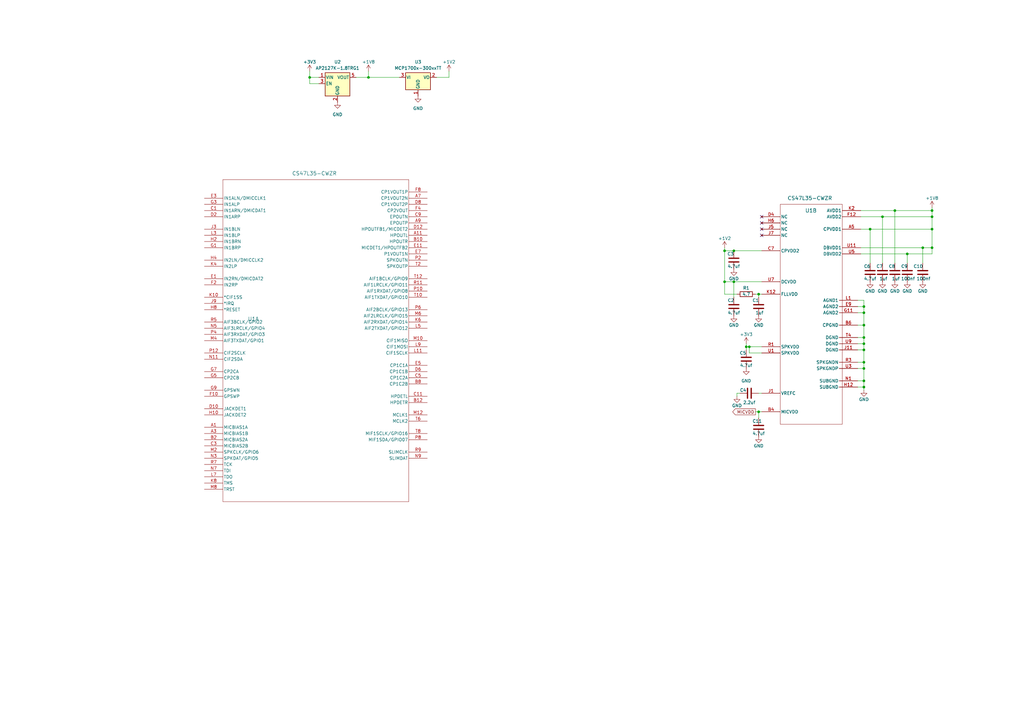
<source format=kicad_sch>
(kicad_sch (version 20230121) (generator eeschema)
  (paper "A3")
  (title_block (title "CS47L35 test board") (date "2023-10-04") (rev "1"))
  (lib_symbols
    (symbol "!component database:Capacitors/DKC0402C105K9PAC7867" (pin_numbers hide) (pin_names (offset 0.254))
      (property "Reference" "C" (at 0.635 2.54 0))
      (property "Value" "1uf" (at 0.635 -2.54 0))
      (symbol "Capacitors/DKC0402C105K9PAC7867_0_1"
        (polyline (pts (xy -2.032 -0.762) (xy 2.032 -0.762)) (stroke (width 0.508)))
        (polyline (pts (xy -2.032 0.762) (xy 2.032 0.762)) (stroke (width 0.508)))
      )
      (symbol "Capacitors/DKC0402C105K9PAC7867_1_1"
        (pin passive line (at 0 3.81 270) (length 2.794) (name "~") (number "1"))
        (pin passive line (at 0 -3.81 90) (length 2.794) (name "~") (number "2"))
      )
    )
    (symbol "!component database:Capacitors/DKCL05A475KQ5NRNC" (pin_numbers hide) (pin_names (offset 0.254))
      (property "Reference" "C" (at 0.635 2.54 0))
      (property "Value" "4.7uf" (at 0.635 -2.54 0))
      (symbol "Capacitors/DKCL05A475KQ5NRNC_0_1"
        (polyline (pts (xy -2.032 -0.762) (xy 2.032 -0.762)) (stroke (width 0.508)))
        (polyline (pts (xy -2.032 0.762) (xy 2.032 0.762)) (stroke (width 0.508)))
      )
      (symbol "Capacitors/DKCL05A475KQ5NRNC_1_1"
        (pin passive line (at 0 3.81 270) (length 2.794) (name "~") (number "1"))
        (pin passive line (at 0 -3.81 90) (length 2.794) (name "~") (number "2"))
      )
    )
    (symbol "!component database:Capacitors/DKGRM155C80J225KE95D" (pin_numbers hide) (pin_names (offset 0.254))
      (property "Reference" "C" (at 0.635 2.54 0))
      (property "Value" "2.2uf" (at 0.635 -2.54 0))
      (symbol "Capacitors/DKGRM155C80J225KE95D_0_1"
        (polyline (pts (xy -2.032 -0.762) (xy 2.032 -0.762)) (stroke (width 0.508)))
        (polyline (pts (xy -2.032 0.762) (xy 2.032 0.762)) (stroke (width 0.508)))
      )
      (symbol "Capacitors/DKGRM155C80J225KE95D_1_1"
        (pin passive line (at 0 3.81 270) (length 2.794) (name "~") (number "1"))
        (pin passive line (at 0 -3.81 90) (length 2.794) (name "~") (number "2"))
      )
    )
    (symbol "!component database:Capacitors/DKKGM05AR71C104KH" (pin_numbers hide) (pin_names (offset 0.254))
      (property "Reference" "C" (at 0.635 2.54 0))
      (property "Value" "100nf" (at 0.635 -2.54 0))
      (symbol "Capacitors/DKKGM05AR71C104KH_0_1"
        (polyline (pts (xy -2.032 -0.762) (xy 2.032 -0.762)) (stroke (width 0.508)))
        (polyline (pts (xy -2.032 0.762) (xy 2.032 0.762)) (stroke (width 0.508)))
      )
      (symbol "Capacitors/DKKGM05AR71C104KH_1_1"
        (pin passive line (at 0 3.81 270) (length 2.794) (name "~") (number "1"))
        (pin passive line (at 0 -3.81 90) (length 2.794) (name "~") (number "2"))
      )
    )
    (symbol "!component database:ICs/DKAP2127K-1.8TRG1" (pin_names (offset 0.254))
      (property "Reference" "U" (at -5.08 5.715 0))
      (property "Value" "AP2204K-1.5" (at 0 5.715 0))
      (symbol "ICs/DKAP2127K-1.8TRG1_0_1"
        (rectangle (start -5.08 4.445) (end 5.08 -5.08) (stroke (width 0.254)) (fill (type background)))
      )
      (symbol "ICs/DKAP2127K-1.8TRG1_1_1"
        (pin power_in line (at -7.62 2.54 0) (length 2.54) (name "VIN") (number "1"))
        (pin power_in line (at 0 -7.62 90) (length 2.54) (name "GND") (number "2"))
        (pin input line (at -7.62 0 0) (length 2.54) (name "EN") (number "3"))
        (pin no_connect line (at 5.08 0 180) (length 2.54) hide (name "NC") (number "4"))
        (pin power_out line (at 7.62 2.54 180) (length 2.54) (name "VOUT") (number "5"))
      )
    )
    (symbol "!component database:ICs/DKCS47L35-CWZR‎ " (pin_names (offset 0.254))
      (property "Reference" "U1" (at 17.78 -49.53 0))
      (property "Value" "~" (at 45.72 10.16 0))
      (symbol "ICs/DKCS47L35-CWZR‎ _1_1"
        (polyline (pts (xy 7.62 -124.46) (xy 83.82 -124.46)) (stroke (width 0.127)))
        (polyline (pts (xy 7.62 7.62) (xy 7.62 -124.46)) (stroke (width 0.127)))
        (polyline (pts (xy 83.82 -124.46) (xy 83.82 7.62)) (stroke (width 0.127)))
        (polyline (pts (xy 83.82 7.62) (xy 7.62 7.62)) (stroke (width 0.127)))
        (pin bidirectional line (at 0 -93.98 0) (length 7.62) (name "MICBIAS1A") (number "A1"))
        (pin output line (at 91.44 -15.24 180) (length 7.62) (name "HPOUTL") (number "A11"))
        (pin bidirectional line (at 0 -96.52 0) (length 7.62) (name "MICBIAS1B") (number "A3"))
        (pin output line (at 91.44 0 180) (length 7.62) (name "CP1VOUT2N") (number "A7"))
        (pin output line (at 91.44 -10.16 180) (length 7.62) (name "EPOUTP") (number "A9"))
        (pin output line (at 91.44 -17.78 180) (length 7.62) (name "HPOUTR") (number "B10"))
        (pin unspecified line (at 91.44 -83.82 180) (length 7.62) (name "HPDETR") (number "B12"))
        (pin bidirectional line (at 0 -99.06 0) (length 7.62) (name "MICBIAS2A") (number "B2"))
        (pin bidirectional line (at 91.44 -76.2 180) (length 7.62) (name "CP1C2B") (number "B8"))
        (pin input line (at 0 -5.08 0) (length 7.62) (name "IN1ARN/DMICDAT1") (number "C1"))
        (pin unspecified line (at 91.44 -81.28 180) (length 7.62) (name "HPDETL") (number "C11"))
        (pin bidirectional line (at 0 -101.6 0) (length 7.62) (name "MICBIAS2B") (number "C3"))
        (pin bidirectional line (at 91.44 -73.66 180) (length 7.62) (name "CP1C2A") (number "C5"))
        (pin output line (at 91.44 -7.62 180) (length 7.62) (name "EPOUTN") (number "C9"))
        (pin bidirectional line (at 0 -86.36 0) (length 7.62) (name "JACKDET1") (number "D10"))
        (pin output line (at 91.44 -12.7 180) (length 7.62) (name "HPOUTFB1/MICDET2") (number "D12"))
        (pin input line (at 0 -7.62 0) (length 7.62) (name "IN1ARP") (number "D2"))
        (pin bidirectional line (at 91.44 -71.12 180) (length 7.62) (name "CP1C1B") (number "D6"))
        (pin output line (at 91.44 -2.54 180) (length 7.62) (name "CP1VOUT2P") (number "D8"))
        (pin input line (at 0 -33.02 0) (length 7.62) (name "IN2RN/DMICDAT2") (number "E1"))
        (pin output line (at 91.44 -20.32 180) (length 7.62) (name "MICDET1/HPOUTFB2") (number "E11"))
        (pin input line (at 0 0 0) (length 7.62) (name "IN1ALN/DMICCLK1") (number "E3"))
        (pin bidirectional line (at 91.44 -68.58 180) (length 7.62) (name "CP1C1A") (number "E5"))
        (pin output line (at 91.44 -22.86 180) (length 7.62) (name "P1VOUT1N") (number "E7"))
        (pin unspecified line (at 0 -81.28 0) (length 7.62) (name "GPSWP") (number "F10"))
        (pin input line (at 0 -35.56 0) (length 7.62) (name "IN2RP") (number "F2"))
        (pin output line (at 91.44 -5.08 180) (length 7.62) (name "CP2VOUT") (number "F4"))
        (pin output line (at 91.44 2.54 180) (length 7.62) (name "CP1VOUT1P") (number "F8"))
        (pin input line (at 0 -20.32 0) (length 7.62) (name "IN1BRP") (number "G1"))
        (pin input line (at 0 -2.54 0) (length 7.62) (name "IN1ALP") (number "G3"))
        (pin bidirectional line (at 0 -73.66 0) (length 7.62) (name "CP2CB") (number "G5"))
        (pin bidirectional line (at 0 -71.12 0) (length 7.62) (name "CP2CA") (number "G7"))
        (pin unspecified line (at 0 -78.74 0) (length 7.62) (name "GPSWN") (number "G9"))
        (pin bidirectional line (at 0 -88.9 0) (length 7.62) (name "JACKDET2") (number "H10"))
        (pin input line (at 0 -17.78 0) (length 7.62) (name "IN1BRN") (number "H2"))
        (pin input line (at 0 -25.4 0) (length 7.62) (name "IN2LN/DMICCLK2") (number "H4"))
        (pin unspecified line (at 0 -45.72 0) (length 7.62) (name "*RESET") (number "H8"))
        (pin input line (at 0 -12.7 0) (length 7.62) (name "IN1BLN") (number "J3"))
        (pin unspecified line (at 0 -43.18 0) (length 7.62) (name "*IRQ") (number "J9"))
        (pin unspecified line (at 0 -40.64 0) (length 7.62) (name "*CIF1SS") (number "K10"))
        (pin input line (at 0 -27.94 0) (length 7.62) (name "IN2LP") (number "K4"))
        (pin bidirectional line (at 91.44 -50.8 180) (length 7.62) (name "AIF2RXDAT/GPIO14") (number "K6"))
        (pin unspecified line (at 0 -116.84 0) (length 7.62) (name "TMS") (number "K8"))
        (pin bidirectional line (at 91.44 -63.5 180) (length 7.62) (name "CIF1SCLK") (number "L11"))
        (pin input line (at 0 -15.24 0) (length 7.62) (name "IN1BLP") (number "L3"))
        (pin bidirectional line (at 91.44 -53.34 180) (length 7.62) (name "AIF2TXDAT/GPIO12") (number "L5"))
        (pin unspecified line (at 0 -114.3 0) (length 7.62) (name "TDO") (number "L7"))
        (pin bidirectional line (at 91.44 -60.96 180) (length 7.62) (name "CIF1MOSI") (number "L9"))
        (pin bidirectional line (at 91.44 -58.42 180) (length 7.62) (name "CIF1MISO") (number "M10"))
        (pin bidirectional line (at 91.44 -88.9 180) (length 7.62) (name "MCLK1") (number "M12"))
        (pin unspecified line (at 0 -104.14 0) (length 7.62) (name "SPKCLK/GPIO6") (number "M2"))
        (pin bidirectional line (at 0 -58.42 0) (length 7.62) (name "AIF3TXDAT/GPIO1") (number "M4"))
        (pin bidirectional line (at 91.44 -48.26 180) (length 7.62) (name "AIF2LRCLK/GPIO15") (number "M6"))
        (pin unspecified line (at 0 -119.38 0) (length 7.62) (name "TRST") (number "M8"))
        (pin bidirectional line (at 0 -66.04 0) (length 7.62) (name "CIF2SDA") (number "N11"))
        (pin unspecified line (at 0 -106.68 0) (length 7.62) (name "SPKDAT/GPIO5") (number "N3"))
        (pin bidirectional line (at 0 -53.34 0) (length 7.62) (name "AIF3LRCLK/GPIO4") (number "N5"))
        (pin unspecified line (at 0 -111.76 0) (length 7.62) (name "TDI") (number "N7"))
        (pin unspecified line (at 91.44 -106.68 180) (length 7.62) (name "SLIMDAT") (number "N9"))
        (pin bidirectional line (at 91.44 -38.1 180) (length 7.62) (name "AIF1RXDAT/GPIO8") (number "P10"))
        (pin bidirectional line (at 0 -63.5 0) (length 7.62) (name "CIF2SCLK") (number "P12"))
        (pin output line (at 91.44 -25.4 180) (length 7.62) (name "SPKOUTN") (number "P2"))
        (pin bidirectional line (at 0 -55.88 0) (length 7.62) (name "AIF3RXDAT/GPIO3") (number "P4"))
        (pin bidirectional line (at 91.44 -45.72 180) (length 7.62) (name "AIF2BCLK/GPIO13") (number "P6"))
        (pin bidirectional line (at 91.44 -99.06 180) (length 7.62) (name "MIF1SDA/GPIO07") (number "P8"))
        (pin bidirectional line (at 91.44 -35.56 180) (length 7.62) (name "AIF1LRCLK/GPIO11") (number "R11"))
        (pin bidirectional line (at 0 -50.8 0) (length 7.62) (name "AIF3BCLK/GPIO2") (number "R5"))
        (pin unspecified line (at 0 -109.22 0) (length 7.62) (name "TCK") (number "R7"))
        (pin unspecified line (at 91.44 -104.14 180) (length 7.62) (name "SLIMCLK") (number "R9"))
        (pin bidirectional line (at 91.44 -40.64 180) (length 7.62) (name "AIF1TXDAT/GPIO10") (number "T10"))
        (pin bidirectional line (at 91.44 -33.02 180) (length 7.62) (name "AIF1BCLK/GPIO9") (number "T12"))
        (pin output line (at 91.44 -27.94 180) (length 7.62) (name "SPKOUTP") (number "T2"))
        (pin bidirectional line (at 91.44 -91.44 180) (length 7.62) (name "MCLK2") (number "T6"))
        (pin bidirectional line (at 91.44 -96.52 180) (length 7.62) (name "MIF1SCLK/GPIO16") (number "T8"))
      )
      (symbol "ICs/DKCS47L35-CWZR‎ _2_1"
        (polyline (pts (xy 7.62 -85.09) (xy 33.02 -85.09)) (stroke (width 0.127)))
        (polyline (pts (xy 7.62 5.08) (xy 7.62 -85.09)) (stroke (width 0.127)))
        (polyline (pts (xy 33.02 -85.09) (xy 33.02 5.08)) (stroke (width 0.127)))
        (polyline (pts (xy 33.02 5.08) (xy 7.62 5.08)) (stroke (width 0.127)))
        (pin power_in line (at 40.64 -5.08 180) (length 7.62) (name "CPVDD1") (number "A5"))
        (pin power_in line (at 0 -80.01 0) (length 7.62) (name "MICVDD") (number "B4"))
        (pin power_out line (at 39.37 -44.45 180) (length 7.62) (name "CPGND") (number "B6"))
        (pin power_in line (at 0 -13.97 0) (length 7.62) (name "CPVDD2") (number "C7"))
        (pin no_connect line (at 0 0 0) (length 7.62) (name "NC") (number "D4"))
        (pin power_out line (at 39.37 -36.83 180) (length 7.62) (name "AGND2") (number "E9"))
        (pin power_in line (at 40.64 0 180) (length 7.62) (name "AVDD2") (number "F12"))
        (pin power_out line (at 39.37 -39.37 180) (length 7.62) (name "AGND2") (number "G11"))
        (pin power_out line (at 39.37 -69.85 180) (length 7.62) (name "SUBGND") (number "H12"))
        (pin no_connect line (at 0 -2.54 0) (length 7.62) (name "NC") (number "H6"))
        (pin power_in line (at 0 -72.39 0) (length 7.62) (name "VREFC") (number "J1"))
        (pin power_out line (at 39.37 -54.61 180) (length 7.62) (name "DGND") (number "J11"))
        (pin no_connect line (at 0 -5.08 0) (length 7.62) (name "NC") (number "J5"))
        (pin no_connect line (at 0 -7.62 0) (length 7.62) (name "NC") (number "J7"))
        (pin power_in line (at 0 -31.75 0) (length 7.62) (name "FLLVDD") (number "K12"))
        (pin power_in line (at 40.64 2.54 180) (length 7.62) (name "AVDD1") (number "K2"))
        (pin power_out line (at 39.37 -34.29 180) (length 7.62) (name "AGND1") (number "L1"))
        (pin power_out line (at 39.37 -67.31 180) (length 7.62) (name "SUBGND") (number "N1"))
        (pin power_in line (at 0 -53.34 0) (length 7.62) (name "SPKVDD") (number "R1"))
        (pin power_out line (at 39.37 -59.69 180) (length 7.62) (name "SPKGNDN") (number "R3"))
        (pin power_out line (at 39.37 -49.53 180) (length 7.62) (name "DGND") (number "T4"))
        (pin power_in line (at 0 -55.88 0) (length 7.62) (name "SPKVDD") (number "U1"))
        (pin power_in line (at 40.64 -12.7 180) (length 7.62) (name "DBVDD1") (number "U11"))
        (pin power_out line (at 39.37 -62.23 180) (length 7.62) (name "SPKGNDP") (number "U3"))
        (pin power_in line (at 40.64 -15.24 180) (length 7.62) (name "DBVDD2") (number "U5"))
        (pin power_in line (at 0 -26.67 0) (length 7.62) (name "DCVDD") (number "U7"))
        (pin power_out line (at 39.37 -52.07 180) (length 7.62) (name "DGND") (number "U9"))
      )
    )
    (symbol "!component database:ICs/DKMCP1700T-1202E/TT" (pin_names (offset 0.254))
      (property "Reference" "U" (at -3.81 3.175 0))
      (property "Value" "MCP1700x-300xxTT" (at 0 3.175 0))
      (symbol "ICs/DKMCP1700T-1202E/TT_0_1"
        (rectangle (start -5.08 1.905) (end 5.08 -5.08) (stroke (width 0.254)) (fill (type background)))
      )
      (symbol "ICs/DKMCP1700T-1202E/TT_1_1"
        (pin power_in line (at 0 -7.62 90) (length 2.54) (name "GND") (number "1"))
        (pin power_out line (at 7.62 0 180) (length 2.54) (name "VO") (number "2"))
        (pin power_in line (at -7.62 0 0) (length 2.54) (name "VI") (number "3"))
      )
    )
    (symbol "!component database:Resistors/DKRC0402JR-074R7L" (pin_numbers hide) (pin_names (offset 0))
      (property "Reference" "R" (at 2.032 0 90))
      (property "Value" "4.7" (at 0 0 90))
      (symbol "Resistors/DKRC0402JR-074R7L_0_1"
        (rectangle (start -1.016 -2.54) (end 1.016 2.54) (stroke (width 0.254)))
      )
      (symbol "Resistors/DKRC0402JR-074R7L_1_1"
        (pin passive line (at 0 3.81 270) (length 1.27) (name "~") (number "1"))
        (pin passive line (at 0 -3.81 90) (length 1.27) (name "~") (number "2"))
      )
    )
    (symbol "ICs/DKCS47L35-CWZR‎ _1" (pin_names (offset 0.254))
      (property "Reference" "U1" (at 17.78 -49.53 0))
      (property "Value" "~" (at 45.72 10.16 0))
      (symbol "ICs/DKCS47L35-CWZR‎ _1_1_1"
        (polyline (pts (xy 7.62 -124.46) (xy 83.82 -124.46)) (stroke (width 0.127)))
        (polyline (pts (xy 7.62 7.62) (xy 7.62 -124.46)) (stroke (width 0.127)))
        (polyline (pts (xy 83.82 -124.46) (xy 83.82 7.62)) (stroke (width 0.127)))
        (polyline (pts (xy 83.82 7.62) (xy 7.62 7.62)) (stroke (width 0.127)))
        (pin bidirectional line (at 0 -93.98 0) (length 7.62) (name "MICBIAS1A") (number "A1"))
        (pin output line (at 91.44 -15.24 180) (length 7.62) (name "HPOUTL") (number "A11"))
        (pin bidirectional line (at 0 -96.52 0) (length 7.62) (name "MICBIAS1B") (number "A3"))
        (pin output line (at 91.44 0 180) (length 7.62) (name "CP1VOUT2N") (number "A7"))
        (pin output line (at 91.44 -10.16 180) (length 7.62) (name "EPOUTP") (number "A9"))
        (pin output line (at 91.44 -17.78 180) (length 7.62) (name "HPOUTR") (number "B10"))
        (pin unspecified line (at 91.44 -83.82 180) (length 7.62) (name "HPDETR") (number "B12"))
        (pin bidirectional line (at 0 -99.06 0) (length 7.62) (name "MICBIAS2A") (number "B2"))
        (pin bidirectional line (at 91.44 -76.2 180) (length 7.62) (name "CP1C2B") (number "B8"))
        (pin input line (at 0 -5.08 0) (length 7.62) (name "IN1ARN/DMICDAT1") (number "C1"))
        (pin unspecified line (at 91.44 -81.28 180) (length 7.62) (name "HPDETL") (number "C11"))
        (pin bidirectional line (at 0 -101.6 0) (length 7.62) (name "MICBIAS2B") (number "C3"))
        (pin bidirectional line (at 91.44 -73.66 180) (length 7.62) (name "CP1C2A") (number "C5"))
        (pin output line (at 91.44 -7.62 180) (length 7.62) (name "EPOUTN") (number "C9"))
        (pin bidirectional line (at 0 -86.36 0) (length 7.62) (name "JACKDET1") (number "D10"))
        (pin output line (at 91.44 -12.7 180) (length 7.62) (name "HPOUTFB1/MICDET2") (number "D12"))
        (pin input line (at 0 -7.62 0) (length 7.62) (name "IN1ARP") (number "D2"))
        (pin bidirectional line (at 91.44 -71.12 180) (length 7.62) (name "CP1C1B") (number "D6"))
        (pin output line (at 91.44 -2.54 180) (length 7.62) (name "CP1VOUT2P") (number "D8"))
        (pin input line (at 0 -33.02 0) (length 7.62) (name "IN2RN/DMICDAT2") (number "E1"))
        (pin output line (at 91.44 -20.32 180) (length 7.62) (name "MICDET1/HPOUTFB2") (number "E11"))
        (pin input line (at 0 0 0) (length 7.62) (name "IN1ALN/DMICCLK1") (number "E3"))
        (pin bidirectional line (at 91.44 -68.58 180) (length 7.62) (name "CP1C1A") (number "E5"))
        (pin output line (at 91.44 -22.86 180) (length 7.62) (name "P1VOUT1N") (number "E7"))
        (pin unspecified line (at 0 -81.28 0) (length 7.62) (name "GPSWP") (number "F10"))
        (pin input line (at 0 -35.56 0) (length 7.62) (name "IN2RP") (number "F2"))
        (pin output line (at 91.44 -5.08 180) (length 7.62) (name "CP2VOUT") (number "F4"))
        (pin output line (at 91.44 2.54 180) (length 7.62) (name "CP1VOUT1P") (number "F8"))
        (pin input line (at 0 -20.32 0) (length 7.62) (name "IN1BRP") (number "G1"))
        (pin input line (at 0 -2.54 0) (length 7.62) (name "IN1ALP") (number "G3"))
        (pin bidirectional line (at 0 -73.66 0) (length 7.62) (name "CP2CB") (number "G5"))
        (pin bidirectional line (at 0 -71.12 0) (length 7.62) (name "CP2CA") (number "G7"))
        (pin unspecified line (at 0 -78.74 0) (length 7.62) (name "GPSWN") (number "G9"))
        (pin bidirectional line (at 0 -88.9 0) (length 7.62) (name "JACKDET2") (number "H10"))
        (pin input line (at 0 -17.78 0) (length 7.62) (name "IN1BRN") (number "H2"))
        (pin input line (at 0 -25.4 0) (length 7.62) (name "IN2LN/DMICCLK2") (number "H4"))
        (pin unspecified line (at 0 -45.72 0) (length 7.62) (name "*RESET") (number "H8"))
        (pin input line (at 0 -12.7 0) (length 7.62) (name "IN1BLN") (number "J3"))
        (pin unspecified line (at 0 -43.18 0) (length 7.62) (name "*IRQ") (number "J9"))
        (pin unspecified line (at 0 -40.64 0) (length 7.62) (name "*CIF1SS") (number "K10"))
        (pin input line (at 0 -27.94 0) (length 7.62) (name "IN2LP") (number "K4"))
        (pin bidirectional line (at 91.44 -50.8 180) (length 7.62) (name "AIF2RXDAT/GPIO14") (number "K6"))
        (pin unspecified line (at 0 -116.84 0) (length 7.62) (name "TMS") (number "K8"))
        (pin bidirectional line (at 91.44 -63.5 180) (length 7.62) (name "CIF1SCLK") (number "L11"))
        (pin input line (at 0 -15.24 0) (length 7.62) (name "IN1BLP") (number "L3"))
        (pin bidirectional line (at 91.44 -53.34 180) (length 7.62) (name "AIF2TXDAT/GPIO12") (number "L5"))
        (pin unspecified line (at 0 -114.3 0) (length 7.62) (name "TDO") (number "L7"))
        (pin bidirectional line (at 91.44 -60.96 180) (length 7.62) (name "CIF1MOSI") (number "L9"))
        (pin bidirectional line (at 91.44 -58.42 180) (length 7.62) (name "CIF1MISO") (number "M10"))
        (pin bidirectional line (at 91.44 -88.9 180) (length 7.62) (name "MCLK1") (number "M12"))
        (pin unspecified line (at 0 -104.14 0) (length 7.62) (name "SPKCLK/GPIO6") (number "M2"))
        (pin bidirectional line (at 0 -58.42 0) (length 7.62) (name "AIF3TXDAT/GPIO1") (number "M4"))
        (pin bidirectional line (at 91.44 -48.26 180) (length 7.62) (name "AIF2LRCLK/GPIO15") (number "M6"))
        (pin unspecified line (at 0 -119.38 0) (length 7.62) (name "TRST") (number "M8"))
        (pin bidirectional line (at 0 -66.04 0) (length 7.62) (name "CIF2SDA") (number "N11"))
        (pin unspecified line (at 0 -106.68 0) (length 7.62) (name "SPKDAT/GPIO5") (number "N3"))
        (pin bidirectional line (at 0 -53.34 0) (length 7.62) (name "AIF3LRCLK/GPIO4") (number "N5"))
        (pin unspecified line (at 0 -111.76 0) (length 7.62) (name "TDI") (number "N7"))
        (pin unspecified line (at 91.44 -106.68 180) (length 7.62) (name "SLIMDAT") (number "N9"))
        (pin bidirectional line (at 91.44 -38.1 180) (length 7.62) (name "AIF1RXDAT/GPIO8") (number "P10"))
        (pin bidirectional line (at 0 -63.5 0) (length 7.62) (name "CIF2SCLK") (number "P12"))
        (pin output line (at 91.44 -25.4 180) (length 7.62) (name "SPKOUTN") (number "P2"))
        (pin bidirectional line (at 0 -55.88 0) (length 7.62) (name "AIF3RXDAT/GPIO3") (number "P4"))
        (pin bidirectional line (at 91.44 -45.72 180) (length 7.62) (name "AIF2BCLK/GPIO13") (number "P6"))
        (pin bidirectional line (at 91.44 -99.06 180) (length 7.62) (name "MIF1SDA/GPIO07") (number "P8"))
        (pin bidirectional line (at 91.44 -35.56 180) (length 7.62) (name "AIF1LRCLK/GPIO11") (number "R11"))
        (pin bidirectional line (at 0 -50.8 0) (length 7.62) (name "AIF3BCLK/GPIO2") (number "R5"))
        (pin unspecified line (at 0 -109.22 0) (length 7.62) (name "TCK") (number "R7"))
        (pin unspecified line (at 91.44 -104.14 180) (length 7.62) (name "SLIMCLK") (number "R9"))
        (pin bidirectional line (at 91.44 -40.64 180) (length 7.62) (name "AIF1TXDAT/GPIO10") (number "T10"))
        (pin bidirectional line (at 91.44 -33.02 180) (length 7.62) (name "AIF1BCLK/GPIO9") (number "T12"))
        (pin output line (at 91.44 -27.94 180) (length 7.62) (name "SPKOUTP") (number "T2"))
        (pin bidirectional line (at 91.44 -91.44 180) (length 7.62) (name "MCLK2") (number "T6"))
        (pin bidirectional line (at 91.44 -96.52 180) (length 7.62) (name "MIF1SCLK/GPIO16") (number "T8"))
      )
      (symbol "ICs/DKCS47L35-CWZR‎ _1_2_1"
        (polyline (pts (xy 7.62 -85.09) (xy 33.02 -85.09)) (stroke (width 0.127)))
        (polyline (pts (xy 7.62 5.08) (xy 7.62 -85.09)) (stroke (width 0.127)))
        (polyline (pts (xy 33.02 -85.09) (xy 33.02 5.08)) (stroke (width 0.127)))
        (polyline (pts (xy 33.02 5.08) (xy 7.62 5.08)) (stroke (width 0.127)))
        (pin power_in line (at 40.64 -5.08 180) (length 7.62) (name "CPVDD1") (number "A5"))
        (pin power_in line (at 0 -80.01 0) (length 7.62) (name "MICVDD") (number "B4"))
        (pin power_out line (at 39.37 -44.45 180) (length 7.62) (name "CPGND") (number "B6"))
        (pin power_in line (at 0 -13.97 0) (length 7.62) (name "CPVDD2") (number "C7"))
        (pin no_connect line (at 0 0 0) (length 7.62) (name "NC") (number "D4"))
        (pin power_out line (at 39.37 -36.83 180) (length 7.62) (name "AGND2") (number "E9"))
        (pin power_in line (at 40.64 0 180) (length 7.62) (name "AVDD2") (number "F12"))
        (pin power_out line (at 39.37 -39.37 180) (length 7.62) (name "AGND2") (number "G11"))
        (pin power_out line (at 39.37 -69.85 180) (length 7.62) (name "SUBGND") (number "H12"))
        (pin no_connect line (at 0 -2.54 0) (length 7.62) (name "NC") (number "H6"))
        (pin power_in line (at 0 -72.39 0) (length 7.62) (name "VREFC") (number "J1"))
        (pin power_out line (at 39.37 -54.61 180) (length 7.62) (name "DGND") (number "J11"))
        (pin no_connect line (at 0 -5.08 0) (length 7.62) (name "NC") (number "J5"))
        (pin no_connect line (at 0 -7.62 0) (length 7.62) (name "NC") (number "J7"))
        (pin power_in line (at 0 -31.75 0) (length 7.62) (name "FLLVDD") (number "K12"))
        (pin power_in line (at 40.64 2.54 180) (length 7.62) (name "AVDD1") (number "K2"))
        (pin power_out line (at 39.37 -34.29 180) (length 7.62) (name "AGND1") (number "L1"))
        (pin power_out line (at 39.37 -67.31 180) (length 7.62) (name "SUBGND") (number "N1"))
        (pin power_in line (at 0 -53.34 0) (length 7.62) (name "SPKVDD") (number "R1"))
        (pin power_out line (at 39.37 -59.69 180) (length 7.62) (name "SPKGNDN") (number "R3"))
        (pin power_out line (at 39.37 -49.53 180) (length 7.62) (name "DGND") (number "T4"))
        (pin power_in line (at 0 -55.88 0) (length 7.62) (name "SPKVDD") (number "U1"))
        (pin power_in line (at 40.64 -12.7 180) (length 7.62) (name "DBVDD1") (number "U11"))
        (pin power_out line (at 39.37 -62.23 180) (length 7.62) (name "SPKGNDP") (number "U3"))
        (pin power_in line (at 40.64 -15.24 180) (length 7.62) (name "DBVDD2") (number "U5"))
        (pin power_in line (at 0 -26.67 0) (length 7.62) (name "DCVDD") (number "U7"))
        (pin power_out line (at 39.37 -52.07 180) (length 7.62) (name "DGND") (number "U9"))
      )
    )
    (symbol "power:+1V2" (power) (pin_names (offset 0))
      (property "Value" "+1V2" (at 0 3.556 0))
      (symbol "+1V2_0_1"
        (polyline (pts (xy -0.762 1.27) (xy 0 2.54)))
        (polyline (pts (xy 0 0) (xy 0 2.54)))
        (polyline (pts (xy 0 2.54) (xy 0.762 1.27)))
      )
      (symbol "+1V2_1_1"
        (pin power_in line (at 0 0 90) (length 0) hide (name "+1V2") (number "1"))
      )
    )
    (symbol "power:+1V8" (power) (pin_names (offset 0))
      (property "Value" "+1V8" (at 0 3.556 0))
      (symbol "+1V8_0_1"
        (polyline (pts (xy -0.762 1.27) (xy 0 2.54)))
        (polyline (pts (xy 0 0) (xy 0 2.54)))
        (polyline (pts (xy 0 2.54) (xy 0.762 1.27)))
      )
      (symbol "+1V8_1_1"
        (pin power_in line (at 0 0 90) (length 0) hide (name "+1V8") (number "1"))
      )
    )
    (symbol "power:+3V3" (power) (pin_names (offset 0))
      (property "Value" "+3V3" (at 0 3.556 0))
      (symbol "+3V3_0_1"
        (polyline (pts (xy -0.762 1.27) (xy 0 2.54)))
        (polyline (pts (xy 0 0) (xy 0 2.54)))
        (polyline (pts (xy 0 2.54) (xy 0.762 1.27)))
      )
      (symbol "+3V3_1_1"
        (pin power_in line (at 0 0 90) (length 0) hide (name "+3V3") (number "1"))
      )
    )
    (symbol "power:GND" (power) (pin_names (offset 0))
      (property "Value" "GND" (at 0 -3.81 0))
      (symbol "GND_0_1"
        (polyline (pts (xy 0 0) (xy 0 -1.27) (xy 1.27 -1.27) (xy 0 -2.54) (xy -1.27 -1.27) (xy 0 -1.27)))
      )
      (symbol "GND_1_1"
        (pin power_in line (at 0 0 270) (length 0) hide (name "GND") (number "1"))
      )
    )
  )
  (junction (at 356.87 93.98))
  (junction (at 297.18 115.57))
  (junction (at 354.33 148.59))
  (junction (at 372.11 104.14))
  (junction (at 378.46 101.6))
  (junction (at 151.13 31.75))
  (junction (at 297.18 102.87))
  (junction (at 354.33 140.97))
  (junction (at 300.99 115.57))
  (junction (at 311.15 120.65))
  (junction (at 382.27 101.6))
  (junction (at 354.33 133.35))
  (junction (at 367.03 86.36))
  (junction (at 127 31.75))
  (junction (at 354.33 138.43))
  (junction (at 382.27 88.9))
  (junction (at 354.33 158.75))
  (junction (at 382.27 86.36))
  (junction (at 354.33 128.27))
  (junction (at 354.33 125.73))
  (junction (at 354.33 143.51))
  (junction (at 300.99 102.87))
  (junction (at 382.27 93.98))
  (junction (at 307.34 142.24))
  (junction (at 354.33 151.13))
  (junction (at 311.15 168.91))
  (junction (at 361.95 88.9))
  (junction (at 354.33 156.21))
  (junction (at 306.07 142.24))
  (no_connect (at 312.42 96.52))
  (no_connect (at 312.42 93.98))
  (no_connect (at 312.42 91.44))
  (no_connect (at 312.42 88.9))
  (wire (pts (xy 297.18 102.87) (xy 300.99 102.87)))
  (wire (pts (xy 354.33 123.19) (xy 354.33 125.73)))
  (wire (pts (xy 311.15 120.65) (xy 312.42 120.65)))
  (wire (pts (xy 353.06 101.6) (xy 378.46 101.6)))
  (wire (pts (xy 127 29.21) (xy 127 31.75)))
  (wire (pts (xy 184.15 29.21) (xy 184.15 31.75)))
  (wire (pts (xy 354.33 158.75) (xy 354.33 160.02)))
  (wire (pts (xy 127 31.75) (xy 130.81 31.75)))
  (wire (pts (xy 372.11 104.14) (xy 372.11 107.95)))
  (wire (pts (xy 311.15 168.91) (xy 311.15 171.45)))
  (wire (pts (xy 312.42 144.78) (xy 307.34 144.78)))
  (wire (pts (xy 297.18 120.65) (xy 297.18 115.57)))
  (wire (pts (xy 354.33 123.19) (xy 351.79 123.19)))
  (wire (pts (xy 297.18 101.6) (xy 297.18 102.87)))
  (wire (pts (xy 127 34.29) (xy 127 31.75)))
  (wire (pts (xy 151.13 29.21) (xy 151.13 31.75)))
  (wire (pts (xy 354.33 133.35) (xy 351.79 133.35)))
  (wire (pts (xy 353.06 104.14) (xy 372.11 104.14)))
  (wire (pts (xy 356.87 93.98) (xy 356.87 107.95)))
  (wire (pts (xy 151.13 31.75) (xy 146.05 31.75)))
  (wire (pts (xy 309.88 120.65) (xy 311.15 120.65)))
  (wire (pts (xy 372.11 104.14) (xy 382.27 104.14)))
  (wire (pts (xy 309.88 168.91) (xy 311.15 168.91)))
  (wire (pts (xy 361.95 88.9) (xy 382.27 88.9)))
  (wire (pts (xy 382.27 93.98) (xy 382.27 88.9)))
  (wire (pts (xy 184.15 31.75) (xy 179.07 31.75)))
  (wire (pts (xy 354.33 151.13) (xy 354.33 156.21)))
  (wire (pts (xy 367.03 86.36) (xy 353.06 86.36)))
  (wire (pts (xy 354.33 133.35) (xy 354.33 138.43)))
  (wire (pts (xy 353.06 93.98) (xy 356.87 93.98)))
  (wire (pts (xy 302.26 120.65) (xy 297.18 120.65)))
  (wire (pts (xy 151.13 31.75) (xy 163.83 31.75)))
  (wire (pts (xy 354.33 140.97) (xy 351.79 140.97)))
  (wire (pts (xy 353.06 88.9) (xy 361.95 88.9)))
  (wire (pts (xy 302.26 162.56) (xy 302.26 161.29)))
  (wire (pts (xy 307.34 142.24) (xy 307.34 144.78)))
  (wire (pts (xy 306.07 143.51) (xy 306.07 142.24)))
  (wire (pts (xy 354.33 128.27) (xy 351.79 128.27)))
  (wire (pts (xy 354.33 156.21) (xy 354.33 158.75)))
  (wire (pts (xy 354.33 156.21) (xy 351.79 156.21)))
  (wire (pts (xy 354.33 143.51) (xy 351.79 143.51)))
  (wire (pts (xy 307.34 142.24) (xy 312.42 142.24)))
  (wire (pts (xy 302.26 161.29) (xy 303.53 161.29)))
  (wire (pts (xy 297.18 102.87) (xy 297.18 115.57)))
  (wire (pts (xy 300.99 115.57) (xy 300.99 121.92)))
  (wire (pts (xy 382.27 85.09) (xy 382.27 86.36)))
  (wire (pts (xy 311.15 161.29) (xy 312.42 161.29)))
  (wire (pts (xy 354.33 138.43) (xy 354.33 140.97)))
  (wire (pts (xy 311.15 121.92) (xy 311.15 120.65)))
  (wire (pts (xy 312.42 168.91) (xy 311.15 168.91)))
  (wire (pts (xy 354.33 151.13) (xy 351.79 151.13)))
  (wire (pts (xy 354.33 125.73) (xy 351.79 125.73)))
  (wire (pts (xy 382.27 104.14) (xy 382.27 101.6)))
  (wire (pts (xy 354.33 138.43) (xy 351.79 138.43)))
  (wire (pts (xy 130.81 34.29) (xy 127 34.29)))
  (wire (pts (xy 297.18 115.57) (xy 300.99 115.57)))
  (wire (pts (xy 382.27 101.6) (xy 382.27 93.98)))
  (wire (pts (xy 354.33 143.51) (xy 354.33 148.59)))
  (wire (pts (xy 354.33 158.75) (xy 351.79 158.75)))
  (wire (pts (xy 306.07 140.97) (xy 306.07 142.24)))
  (wire (pts (xy 361.95 88.9) (xy 361.95 107.95)))
  (wire (pts (xy 354.33 128.27) (xy 354.33 133.35)))
  (wire (pts (xy 356.87 93.98) (xy 382.27 93.98)))
  (wire (pts (xy 306.07 142.24) (xy 307.34 142.24)))
  (wire (pts (xy 354.33 148.59) (xy 354.33 151.13)))
  (wire (pts (xy 367.03 86.36) (xy 382.27 86.36)))
  (wire (pts (xy 300.99 102.87) (xy 312.42 102.87)))
  (wire (pts (xy 354.33 148.59) (xy 351.79 148.59)))
  (wire (pts (xy 367.03 86.36) (xy 367.03 107.95)))
  (wire (pts (xy 378.46 101.6) (xy 382.27 101.6)))
  (wire (pts (xy 354.33 140.97) (xy 354.33 143.51)))
  (wire (pts (xy 300.99 115.57) (xy 312.42 115.57)))
  (wire (pts (xy 382.27 88.9) (xy 382.27 86.36)))
  (wire (pts (xy 378.46 101.6) (xy 378.46 107.95)))
  (wire (pts (xy 354.33 125.73) (xy 354.33 128.27)))
  (global_label "MICVDD" (shape output) (at 309.88 168.91 180) (property "Intersheetrefs" "${INTERSHEET_REFS}" (effects hide)))
  (symbol (lib_id "power:+1V2") (at 184.15 29.21 0) (unit 1)
    (property "Reference" "#PWR02" (effects hide))
    (property "Value" "+1V2" (at 184.15 25.4 0))
  )
  (symbol (lib_id "power:GND") (at 372.11 115.57 0) (unit 1)
    (property "Reference" "#PWR017" (effects hide))
    (property "Value" "GND" (at 372.11 119.38 0))
  )
  (symbol (lib_id "!component database:Capacitors/DKCL05A475KQ5NRNC") (at 300.99 106.68 0) (mirror x) (unit 1)
    (property "Reference" "C3" (at 300.99 104.14 0) (effects (justify right)))
    (property "Value" "4.7uf" (at 303.53 109.22 0) (effects (justify right)))
    (property "Footprint" "Capacitor_SMD:C_0402_1005Metric" (effects hide))
    (property "Datasheet" "${PART_DB_DIR}/CL05A475KQ5NRNC_Spec.pdf" (effects hide))
    (property "MPN" "CL05A475KQ5NRNC" (effects hide))
    (property "Stock" "0" (effects hide))
  )
  (symbol (lib_id "power:GND") (at 361.95 115.57 0) (unit 1)
    (property "Reference" "#PWR015" (effects hide))
    (property "Value" "GND" (at 361.95 119.38 0))
  )
  (symbol (lib_id "power:+1V8") (at 151.13 29.21 0) (unit 1)
    (property "Reference" "#PWR01" (effects hide))
    (property "Value" "+1V8" (at 151.13 25.4 0))
  )
  (symbol (lib_id "power:+1V8") (at 382.27 85.09 0) (mirror y) (unit 1)
    (property "Reference" "#PWR013" (effects hide))
    (property "Value" "+1V8" (at 382.27 81.28 0))
  )
  (symbol (lib_id "!component database:Capacitors/DKCL05A475KQ5NRNC") (at 306.07 147.32 0) (mirror x) (unit 1)
    (property "Reference" "C5" (at 306.07 144.78 0) (effects (justify right)))
    (property "Value" "4.7uf" (at 308.61 149.86 0) (effects (justify right)))
    (property "Footprint" "Capacitor_SMD:C_0402_1005Metric" (effects hide))
    (property "Datasheet" "${PART_DB_DIR}/CL05A475KQ5NRNC_Spec.pdf" (effects hide))
    (property "MPN" "CL05A475KQ5NRNC" (effects hide))
    (property "Stock" "0" (effects hide))
  )
  (symbol (lib_id "power:GND") (at 171.45 39.37 0) (unit 1)
    (property "Reference" "#PWR04" (effects hide))
    (property "Value" "GND" (at 171.45 44.45 0))
  )
  (symbol (lib_id "!component database:Capacitors/DKKGM05AR71C104KH") (at 378.46 111.76 0) (unit 1)
    (property "Reference" "C10" (at 374.65 109.22 0) (effects (justify left)))
    (property "Value" "100nf" (at 375.92 114.3 0) (effects (justify left)))
    (property "Footprint" "Capacitor_SMD:C_0402_1005Metric" (effects hide))
    (property "Datasheet" "${PART_DB_DIR}/Datasheets/KGM_X7R.pdf" (effects hide))
    (property "MPN" "KGM05AR71C104KH" (effects hide))
    (property "Stock" "0" (effects hide))
  )
  (symbol (lib_id "!component database:Capacitors/DKCL05A475KQ5NRNC") (at 356.87 111.76 0) (unit 1)
    (property "Reference" "C6" (at 354.33 109.22 0) (effects (justify left)))
    (property "Value" "4.7uf" (at 354.33 114.3 0) (effects (justify left)))
    (property "Footprint" "Capacitor_SMD:C_0402_1005Metric" (effects hide))
    (property "Datasheet" "${PART_DB_DIR}/CL05A475KQ5NRNC_Spec.pdf" (effects hide))
    (property "MPN" "CL05A475KQ5NRNC" (effects hide))
    (property "Stock" "0" (effects hide))
  )
  (symbol (lib_id "power:+1V2") (at 297.18 101.6 0) (unit 1)
    (property "Reference" "#PWR06" (effects hide))
    (property "Value" "+1V2" (at 297.18 97.79 0))
  )
  (symbol (lib_id "power:GND") (at 378.46 115.57 0) (unit 1)
    (property "Reference" "#PWR018" (effects hide))
    (property "Value" "GND" (at 378.46 119.38 0))
  )
  (symbol (lib_id "!component database:ICs/DKAP2127K-1.8TRG1") (at 138.43 34.29 0) (unit 1)
    (property "Reference" "U2" (at 138.43 25.4 0))
    (property "Value" "AP2127K-1.8TRG1" (at 138.43 27.94 0))
    (property "Footprint" "Package_TO_SOT_SMD:SOT-23-5" (effects hide))
    (property "Datasheet" "${PART_DB_DIR}/Datasheets/AP2127.pdf" (effects hide))
    (property "MPN" "AP2127K-1.8TRG1" (effects hide))
    (property "Stock" "0" (effects hide))
  )
  (symbol (lib_id "power:GND") (at 302.26 162.56 0) (unit 1)
    (property "Reference" "#PWR010" (effects hide))
    (property "Value" "GND" (at 302.26 166.37 0))
  )
  (symbol (lib_id "power:+3V3") (at 127 29.21 0) (unit 1)
    (property "Reference" "#PWR05" (effects hide))
    (property "Value" "+3V3" (at 127 25.4 0))
  )
  (symbol (lib_id "!component database:Capacitors/DKC0402C105K9PAC7867") (at 311.15 125.73 180) (unit 1)
    (property "Reference" "C1" (at 308.61 123.19 0) (effects (justify right)))
    (property "Value" "1uf" (at 309.88 128.27 0) (effects (justify right)))
    (property "Footprint" "Capacitor_SMD:C_0402_1005Metric" (effects hide))
    (property "Datasheet" "${PART_DB_DIR}/Datasheets/C0402C105K9PACTU.pdf" (effects hide))
    (property "MPN" "C0402C105K9PAC7867" (effects hide))
    (property "Stock" "0" (effects hide))
  )
  (symbol (lib_id "!component database:Capacitors/DKCL05A475KQ5NRNC") (at 300.99 125.73 0) (unit 1)
    (property "Reference" "C2" (at 298.45 123.19 0) (effects (justify left)))
    (property "Value" "4.7uf" (at 298.45 128.27 0) (effects (justify left)))
    (property "Footprint" "Capacitor_SMD:C_0402_1005Metric" (effects hide))
    (property "Datasheet" "${PART_DB_DIR}/CL05A475KQ5NRNC_Spec.pdf" (effects hide))
    (property "MPN" "CL05A475KQ5NRNC" (effects hide))
    (property "Stock" "0" (effects hide))
  )
  (symbol (lib_id "!component database:Capacitors/DKCL05A475KQ5NRNC") (at 311.15 175.26 0) (unit 1)
    (property "Reference" "C11" (at 308.61 172.72 0) (effects (justify left)))
    (property "Value" "4.7uf" (at 308.61 177.8 0) (effects (justify left)))
    (property "Footprint" "Capacitor_SMD:C_0402_1005Metric" (effects hide))
    (property "Datasheet" "${PART_DB_DIR}/CL05A475KQ5NRNC_Spec.pdf" (effects hide))
    (property "MPN" "CL05A475KQ5NRNC" (effects hide))
    (property "Stock" "0" (effects hide))
  )
  (symbol (lib_name "ICs/DKCS47L35-CWZR‎ _1") (lib_id "!component database:ICs/DKCS47L35-CWZR‎ ") (at 83.82 81.28 0) (unit 1)
    (property "Reference" "U1" (at 101.6 130.81 0) (effects (font (size 1.524 1.524)) (justify left)))
    (property "Value" "CS47L35-CWZR‎ " (at 129.54 71.12 0) (effects (font (size 1.524 1.524))))
    (property "Footprint" "Part DB Footprints:BGA_CS47L35-CWZR_CIR" (effects hide))
    (property "Datasheet" "${PART_DB_DIR}/Datasheets/CS47L35_F3.pdf" (effects hide))
    (property "MPN" "CS47L35-CWZR‎ " (effects hide))
    (property "Stock" "0" (effects hide))
  )
  (symbol (lib_id "power:GND") (at 311.15 129.54 0) (unit 1)
    (property "Reference" "#PWR09" (effects hide))
    (property "Value" "GND" (at 311.15 133.35 0))
  )
  (symbol (lib_id "power:GND") (at 306.07 151.13 0) (unit 1)
    (property "Reference" "#PWR012" (effects hide))
    (property "Value" "GND" (at 306.07 156.21 0))
  )
  (symbol (lib_id "!component database:Capacitors/DKC0402C105K9PAC7867") (at 367.03 111.76 180) (unit 1)
    (property "Reference" "C8" (at 364.49 109.22 0) (effects (justify right)))
    (property "Value" "1uf" (at 365.76 114.3 0) (effects (justify right)))
    (property "Footprint" "Capacitor_SMD:C_0402_1005Metric" (effects hide))
    (property "Datasheet" "${PART_DB_DIR}/Datasheets/C0402C105K9PACTU.pdf" (effects hide))
    (property "MPN" "C0402C105K9PAC7867" (effects hide))
    (property "Stock" "0" (effects hide))
  )
  (symbol (lib_id "!component database:Capacitors/DKKGM05AR71C104KH") (at 372.11 111.76 0) (unit 1)
    (property "Reference" "C9" (at 369.57 109.22 0) (effects (justify left)))
    (property "Value" "100nf" (at 369.57 114.3 0) (effects (justify left)))
    (property "Footprint" "Capacitor_SMD:C_0402_1005Metric" (effects hide))
    (property "Datasheet" "${PART_DB_DIR}/Datasheets/KGM_X7R.pdf" (effects hide))
    (property "MPN" "KGM05AR71C104KH" (effects hide))
    (property "Stock" "0" (effects hide))
  )
  (symbol (lib_id "!component database:ICs/DKCS47L35-CWZR‎ ") (at 312.42 88.9 0) (unit 2)
    (property "Reference" "U1" (at 330.2 86.36 0) (effects (font (size 1.524 1.524)) (justify left)))
    (property "Value" "CS47L35-CWZR‎ " (at 332.74 81.28 0) (effects (font (size 1.524 1.524))))
    (property "Footprint" "Part DB Footprints:BGA_CS47L35-CWZR_CIR" (effects hide))
    (property "Datasheet" "${PART_DB_DIR}/Datasheets/CS47L35_F3.pdf" (effects hide))
    (property "MPN" "CS47L35-CWZR‎ " (effects hide))
    (property "Stock" "0" (effects hide))
  )
  (symbol (lib_id "!component database:Capacitors/DKC0402C105K9PAC7867") (at 361.95 111.76 180) (unit 1)
    (property "Reference" "C7" (at 359.41 109.22 0) (effects (justify right)))
    (property "Value" "1uf" (at 360.68 114.3 0) (effects (justify right)))
    (property "Footprint" "Capacitor_SMD:C_0402_1005Metric" (effects hide))
    (property "Datasheet" "${PART_DB_DIR}/Datasheets/C0402C105K9PACTU.pdf" (effects hide))
    (property "MPN" "C0402C105K9PAC7867" (effects hide))
    (property "Stock" "0" (effects hide))
  )
  (symbol (lib_id "!component database:Capacitors/DKGRM155C80J225KE95D") (at 307.34 161.29 90) (mirror x) (unit 1)
    (property "Reference" "C4" (at 304.8 160.02 90))
    (property "Value" "2.2uf" (at 307.34 165.1 90))
    (property "Footprint" "Capacitor_SMD:C_0402_1005Metric" (effects hide))
    (property "Datasheet" "${PART_DB_DIR}/GRM155C80J225KE95-01.pdf" (effects hide))
    (property "MPN" "GRM155C80J225KE95D" (effects hide))
    (property "Stock" "0" (effects hide))
  )
  (symbol (lib_id "power:GND") (at 367.03 115.57 0) (unit 1)
    (property "Reference" "#PWR016" (effects hide))
    (property "Value" "GND" (at 367.03 119.38 0))
  )
  (symbol (lib_id "power:+3V3") (at 306.07 140.97 0) (unit 1)
    (property "Reference" "#PWR011" (effects hide))
    (property "Value" "+3V3" (at 306.07 137.16 0))
  )
  (symbol (lib_id "power:GND") (at 300.99 110.49 0) (unit 1)
    (property "Reference" "#PWR07" (effects hide))
    (property "Value" "GND" (at 300.99 114.3 0))
  )
  (symbol (lib_id "power:GND") (at 354.33 160.02 0) (unit 1)
    (property "Reference" "#PWR020" (effects hide))
    (property "Value" "GND" (at 354.33 163.83 0))
  )
  (symbol (lib_id "!component database:ICs/DKMCP1700T-1202E/TT") (at 171.45 31.75 0) (unit 1)
    (property "Reference" "U3" (at 171.45 25.4 0))
    (property "Value" "MCP1700x-300xxTT" (at 171.45 27.94 0))
    (property "Footprint" "Package_TO_SOT_SMD:SOT-23" (effects hide))
    (property "Datasheet" "${PART_DB_DIR}/Datasheets/MCP1700-Data-Sheet-20001826F.pdf" (effects hide))
    (property "MPN" "MCP1700T-1202E/TT" (effects hide))
    (property "Stock" "0" (effects hide))
  )
  (symbol (lib_id "power:GND") (at 300.99 129.54 0) (unit 1)
    (property "Reference" "#PWR08" (effects hide))
    (property "Value" "GND" (at 300.99 133.35 0))
  )
  (symbol (lib_id "power:GND") (at 138.43 41.91 0) (unit 1)
    (property "Reference" "#PWR03" (effects hide))
    (property "Value" "GND" (at 138.43 46.99 0))
  )
  (symbol (lib_id "power:GND") (at 311.15 179.07 0) (unit 1)
    (property "Reference" "#PWR019" (effects hide))
    (property "Value" "GND" (at 311.15 182.88 0))
  )
  (symbol (lib_id "power:GND") (at 356.87 115.57 0) (unit 1)
    (property "Reference" "#PWR014" (effects hide))
    (property "Value" "GND" (at 356.87 119.38 0))
  )
  (symbol (lib_id "!component database:Resistors/DKRC0402JR-074R7L") (at 306.07 120.65 90) (unit 1)
    (property "Reference" "R1" (at 306.07 118.11 90))
    (property "Value" "4.7" (at 306.07 120.65 90))
    (property "Footprint" "Resistor_SMD:R_0402_1005Metric" (effects hide))
    (property "Datasheet" "${PART_DB_DIR}/Datasheets/PYu-RC_Group_51_RoHS_L_12.pdf" (effects hide))
    (property "MPN" "RC0402JR-074R7L" (effects hide))
    (property "Stock" "0" (effects hide))
  )
)
</source>
